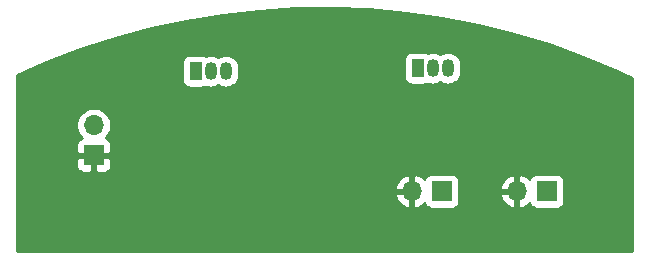
<source format=gbr>
%TF.GenerationSoftware,KiCad,Pcbnew,(5.1.7)-1*%
%TF.CreationDate,2020-12-08T09:59:05+02:00*%
%TF.ProjectId,Single_transistor_AMP,53696e67-6c65-45f7-9472-616e73697374,V1.0*%
%TF.SameCoordinates,Original*%
%TF.FileFunction,Copper,L2,Bot*%
%TF.FilePolarity,Positive*%
%FSLAX46Y46*%
G04 Gerber Fmt 4.6, Leading zero omitted, Abs format (unit mm)*
G04 Created by KiCad (PCBNEW (5.1.7)-1) date 2020-12-08 09:59:05*
%MOMM*%
%LPD*%
G01*
G04 APERTURE LIST*
%TA.AperFunction,ComponentPad*%
%ADD10O,1.050000X1.500000*%
%TD*%
%TA.AperFunction,ComponentPad*%
%ADD11R,1.050000X1.500000*%
%TD*%
%TA.AperFunction,ComponentPad*%
%ADD12O,1.700000X1.700000*%
%TD*%
%TA.AperFunction,ComponentPad*%
%ADD13R,1.700000X1.700000*%
%TD*%
%TA.AperFunction,Conductor*%
%ADD14C,0.254000*%
%TD*%
%TA.AperFunction,Conductor*%
%ADD15C,0.100000*%
%TD*%
G04 APERTURE END LIST*
D10*
%TO.P,Q1,2*%
%TO.N,Net-(C1-Pad1)*%
X126746000Y-79248000D03*
%TO.P,Q1,3*%
%TO.N,Net-(Q1-Pad3)*%
X128016000Y-79248000D03*
D11*
%TO.P,Q1,1*%
%TO.N,Net-(Q1-Pad1)*%
X125476000Y-79248000D03*
%TD*%
%TO.P,Q2,1*%
%TO.N,Net-(Q2-Pad1)*%
X144272000Y-78994000D03*
D10*
%TO.P,Q2,3*%
%TO.N,Net-(C3-Pad2)*%
X146812000Y-78994000D03*
%TO.P,Q2,2*%
%TO.N,Net-(Q1-Pad3)*%
X145542000Y-78994000D03*
%TD*%
D12*
%TO.P,J1,2*%
%TO.N,Net-(C1-Pad2)*%
X116840000Y-83820000D03*
D13*
%TO.P,J1,1*%
%TO.N,GND*%
X116840000Y-86360000D03*
%TD*%
%TO.P,J3,1*%
%TO.N,Net-(C3-Pad1)*%
X155194000Y-89408000D03*
D12*
%TO.P,J3,2*%
%TO.N,GND*%
X152654000Y-89408000D03*
%TD*%
D13*
%TO.P,J2,1*%
%TO.N,Net-(J2-Pad1)*%
X146304000Y-89408000D03*
D12*
%TO.P,J2,2*%
%TO.N,GND*%
X143764000Y-89408000D03*
%TD*%
D14*
%TO.N,GND*%
X140147627Y-74017922D02*
X143240633Y-74298896D01*
X146315502Y-74736001D01*
X149364316Y-75328112D01*
X152379267Y-76073712D01*
X155352627Y-76970891D01*
X158276796Y-78017355D01*
X161147514Y-79211768D01*
X162408000Y-79796415D01*
X162408001Y-94501100D01*
X110337200Y-94501100D01*
X110337200Y-91713674D01*
X110337204Y-91713633D01*
X110337200Y-91682570D01*
X110337200Y-91648881D01*
X110337196Y-91648837D01*
X110336954Y-89764891D01*
X142322519Y-89764891D01*
X142419843Y-90039252D01*
X142568822Y-90289355D01*
X142763731Y-90505588D01*
X142997080Y-90679641D01*
X143259901Y-90804825D01*
X143407110Y-90849476D01*
X143637000Y-90728155D01*
X143637000Y-89535000D01*
X142443186Y-89535000D01*
X142322519Y-89764891D01*
X110336954Y-89764891D01*
X110336863Y-89051109D01*
X142322519Y-89051109D01*
X142443186Y-89281000D01*
X143637000Y-89281000D01*
X143637000Y-88087845D01*
X143891000Y-88087845D01*
X143891000Y-89281000D01*
X143911000Y-89281000D01*
X143911000Y-89535000D01*
X143891000Y-89535000D01*
X143891000Y-90728155D01*
X144120890Y-90849476D01*
X144268099Y-90804825D01*
X144530920Y-90679641D01*
X144764269Y-90505588D01*
X144840034Y-90421534D01*
X144864498Y-90502180D01*
X144923463Y-90612494D01*
X145002815Y-90709185D01*
X145099506Y-90788537D01*
X145209820Y-90847502D01*
X145329518Y-90883812D01*
X145454000Y-90896072D01*
X147154000Y-90896072D01*
X147278482Y-90883812D01*
X147398180Y-90847502D01*
X147508494Y-90788537D01*
X147605185Y-90709185D01*
X147684537Y-90612494D01*
X147743502Y-90502180D01*
X147779812Y-90382482D01*
X147792072Y-90258000D01*
X147792072Y-89764891D01*
X151212519Y-89764891D01*
X151309843Y-90039252D01*
X151458822Y-90289355D01*
X151653731Y-90505588D01*
X151887080Y-90679641D01*
X152149901Y-90804825D01*
X152297110Y-90849476D01*
X152527000Y-90728155D01*
X152527000Y-89535000D01*
X151333186Y-89535000D01*
X151212519Y-89764891D01*
X147792072Y-89764891D01*
X147792072Y-89051109D01*
X151212519Y-89051109D01*
X151333186Y-89281000D01*
X152527000Y-89281000D01*
X152527000Y-88087845D01*
X152781000Y-88087845D01*
X152781000Y-89281000D01*
X152801000Y-89281000D01*
X152801000Y-89535000D01*
X152781000Y-89535000D01*
X152781000Y-90728155D01*
X153010890Y-90849476D01*
X153158099Y-90804825D01*
X153420920Y-90679641D01*
X153654269Y-90505588D01*
X153730034Y-90421534D01*
X153754498Y-90502180D01*
X153813463Y-90612494D01*
X153892815Y-90709185D01*
X153989506Y-90788537D01*
X154099820Y-90847502D01*
X154219518Y-90883812D01*
X154344000Y-90896072D01*
X156044000Y-90896072D01*
X156168482Y-90883812D01*
X156288180Y-90847502D01*
X156398494Y-90788537D01*
X156495185Y-90709185D01*
X156574537Y-90612494D01*
X156633502Y-90502180D01*
X156669812Y-90382482D01*
X156682072Y-90258000D01*
X156682072Y-88558000D01*
X156669812Y-88433518D01*
X156633502Y-88313820D01*
X156574537Y-88203506D01*
X156495185Y-88106815D01*
X156398494Y-88027463D01*
X156288180Y-87968498D01*
X156168482Y-87932188D01*
X156044000Y-87919928D01*
X154344000Y-87919928D01*
X154219518Y-87932188D01*
X154099820Y-87968498D01*
X153989506Y-88027463D01*
X153892815Y-88106815D01*
X153813463Y-88203506D01*
X153754498Y-88313820D01*
X153730034Y-88394466D01*
X153654269Y-88310412D01*
X153420920Y-88136359D01*
X153158099Y-88011175D01*
X153010890Y-87966524D01*
X152781000Y-88087845D01*
X152527000Y-88087845D01*
X152297110Y-87966524D01*
X152149901Y-88011175D01*
X151887080Y-88136359D01*
X151653731Y-88310412D01*
X151458822Y-88526645D01*
X151309843Y-88776748D01*
X151212519Y-89051109D01*
X147792072Y-89051109D01*
X147792072Y-88558000D01*
X147779812Y-88433518D01*
X147743502Y-88313820D01*
X147684537Y-88203506D01*
X147605185Y-88106815D01*
X147508494Y-88027463D01*
X147398180Y-87968498D01*
X147278482Y-87932188D01*
X147154000Y-87919928D01*
X145454000Y-87919928D01*
X145329518Y-87932188D01*
X145209820Y-87968498D01*
X145099506Y-88027463D01*
X145002815Y-88106815D01*
X144923463Y-88203506D01*
X144864498Y-88313820D01*
X144840034Y-88394466D01*
X144764269Y-88310412D01*
X144530920Y-88136359D01*
X144268099Y-88011175D01*
X144120890Y-87966524D01*
X143891000Y-88087845D01*
X143637000Y-88087845D01*
X143407110Y-87966524D01*
X143259901Y-88011175D01*
X142997080Y-88136359D01*
X142763731Y-88310412D01*
X142568822Y-88526645D01*
X142419843Y-88776748D01*
X142322519Y-89051109D01*
X110336863Y-89051109D01*
X110336625Y-87210000D01*
X115351928Y-87210000D01*
X115364188Y-87334482D01*
X115400498Y-87454180D01*
X115459463Y-87564494D01*
X115538815Y-87661185D01*
X115635506Y-87740537D01*
X115745820Y-87799502D01*
X115865518Y-87835812D01*
X115990000Y-87848072D01*
X116554250Y-87845000D01*
X116713000Y-87686250D01*
X116713000Y-86487000D01*
X116967000Y-86487000D01*
X116967000Y-87686250D01*
X117125750Y-87845000D01*
X117690000Y-87848072D01*
X117814482Y-87835812D01*
X117934180Y-87799502D01*
X118044494Y-87740537D01*
X118141185Y-87661185D01*
X118220537Y-87564494D01*
X118279502Y-87454180D01*
X118315812Y-87334482D01*
X118328072Y-87210000D01*
X118325000Y-86645750D01*
X118166250Y-86487000D01*
X116967000Y-86487000D01*
X116713000Y-86487000D01*
X115513750Y-86487000D01*
X115355000Y-86645750D01*
X115351928Y-87210000D01*
X110336625Y-87210000D01*
X110336406Y-85510000D01*
X115351928Y-85510000D01*
X115355000Y-86074250D01*
X115513750Y-86233000D01*
X116713000Y-86233000D01*
X116713000Y-86213000D01*
X116967000Y-86213000D01*
X116967000Y-86233000D01*
X118166250Y-86233000D01*
X118325000Y-86074250D01*
X118328072Y-85510000D01*
X118315812Y-85385518D01*
X118279502Y-85265820D01*
X118220537Y-85155506D01*
X118141185Y-85058815D01*
X118044494Y-84979463D01*
X117934180Y-84920498D01*
X117861620Y-84898487D01*
X117993475Y-84766632D01*
X118155990Y-84523411D01*
X118267932Y-84253158D01*
X118325000Y-83966260D01*
X118325000Y-83673740D01*
X118267932Y-83386842D01*
X118155990Y-83116589D01*
X117993475Y-82873368D01*
X117786632Y-82666525D01*
X117543411Y-82504010D01*
X117273158Y-82392068D01*
X116986260Y-82335000D01*
X116693740Y-82335000D01*
X116406842Y-82392068D01*
X116136589Y-82504010D01*
X115893368Y-82666525D01*
X115686525Y-82873368D01*
X115524010Y-83116589D01*
X115412068Y-83386842D01*
X115355000Y-83673740D01*
X115355000Y-83966260D01*
X115412068Y-84253158D01*
X115524010Y-84523411D01*
X115686525Y-84766632D01*
X115818380Y-84898487D01*
X115745820Y-84920498D01*
X115635506Y-84979463D01*
X115538815Y-85058815D01*
X115459463Y-85155506D01*
X115400498Y-85265820D01*
X115364188Y-85385518D01*
X115351928Y-85510000D01*
X110336406Y-85510000D01*
X110335643Y-79587918D01*
X112798775Y-78501065D01*
X112806797Y-78498000D01*
X124312928Y-78498000D01*
X124312928Y-79998000D01*
X124325188Y-80122482D01*
X124361498Y-80242180D01*
X124420463Y-80352494D01*
X124499815Y-80449185D01*
X124596506Y-80528537D01*
X124706820Y-80587502D01*
X124826518Y-80623812D01*
X124951000Y-80636072D01*
X126001000Y-80636072D01*
X126125482Y-80623812D01*
X126245180Y-80587502D01*
X126309902Y-80552907D01*
X126518601Y-80616215D01*
X126746000Y-80638612D01*
X126973400Y-80616215D01*
X127192060Y-80549885D01*
X127381001Y-80448894D01*
X127569941Y-80549885D01*
X127788601Y-80616215D01*
X128016000Y-80638612D01*
X128243400Y-80616215D01*
X128462060Y-80549885D01*
X128663579Y-80442171D01*
X128840212Y-80297212D01*
X128985171Y-80120579D01*
X129092885Y-79919059D01*
X129159215Y-79700399D01*
X129176000Y-79529978D01*
X129176000Y-78966021D01*
X129159215Y-78795600D01*
X129092885Y-78576940D01*
X128985171Y-78375421D01*
X128877317Y-78244000D01*
X143108928Y-78244000D01*
X143108928Y-79744000D01*
X143121188Y-79868482D01*
X143157498Y-79988180D01*
X143216463Y-80098494D01*
X143295815Y-80195185D01*
X143392506Y-80274537D01*
X143502820Y-80333502D01*
X143622518Y-80369812D01*
X143747000Y-80382072D01*
X144797000Y-80382072D01*
X144921482Y-80369812D01*
X145041180Y-80333502D01*
X145105902Y-80298907D01*
X145314601Y-80362215D01*
X145542000Y-80384612D01*
X145769400Y-80362215D01*
X145988060Y-80295885D01*
X146177001Y-80194894D01*
X146365941Y-80295885D01*
X146584601Y-80362215D01*
X146812000Y-80384612D01*
X147039400Y-80362215D01*
X147258060Y-80295885D01*
X147459579Y-80188171D01*
X147636212Y-80043212D01*
X147781171Y-79866579D01*
X147888885Y-79665059D01*
X147955215Y-79446399D01*
X147972000Y-79275978D01*
X147972000Y-78712021D01*
X147955215Y-78541600D01*
X147888885Y-78322940D01*
X147781171Y-78121421D01*
X147636212Y-77944788D01*
X147459578Y-77799829D01*
X147258059Y-77692115D01*
X147039399Y-77625785D01*
X146812000Y-77603388D01*
X146584600Y-77625785D01*
X146365940Y-77692115D01*
X146176999Y-77793106D01*
X145988059Y-77692115D01*
X145769399Y-77625785D01*
X145542000Y-77603388D01*
X145314600Y-77625785D01*
X145105902Y-77689093D01*
X145041180Y-77654498D01*
X144921482Y-77618188D01*
X144797000Y-77605928D01*
X143747000Y-77605928D01*
X143622518Y-77618188D01*
X143502820Y-77654498D01*
X143392506Y-77713463D01*
X143295815Y-77792815D01*
X143216463Y-77889506D01*
X143157498Y-77999820D01*
X143121188Y-78119518D01*
X143108928Y-78244000D01*
X128877317Y-78244000D01*
X128840212Y-78198788D01*
X128663578Y-78053829D01*
X128462059Y-77946115D01*
X128243399Y-77879785D01*
X128016000Y-77857388D01*
X127788600Y-77879785D01*
X127569940Y-77946115D01*
X127381000Y-78047106D01*
X127192059Y-77946115D01*
X126973399Y-77879785D01*
X126746000Y-77857388D01*
X126518600Y-77879785D01*
X126309902Y-77943093D01*
X126245180Y-77908498D01*
X126125482Y-77872188D01*
X126001000Y-77859928D01*
X124951000Y-77859928D01*
X124826518Y-77872188D01*
X124706820Y-77908498D01*
X124596506Y-77967463D01*
X124499815Y-78046815D01*
X124420463Y-78143506D01*
X124361498Y-78253820D01*
X124325188Y-78373518D01*
X124312928Y-78498000D01*
X112806797Y-78498000D01*
X115699999Y-77392650D01*
X118653616Y-76432426D01*
X121652023Y-75622868D01*
X124687563Y-74966040D01*
X127752405Y-74463637D01*
X130838785Y-74116932D01*
X133938708Y-73926822D01*
X137044318Y-73893790D01*
X140147627Y-74017922D01*
%TA.AperFunction,Conductor*%
D15*
G36*
X140147627Y-74017922D02*
G01*
X143240633Y-74298896D01*
X146315502Y-74736001D01*
X149364316Y-75328112D01*
X152379267Y-76073712D01*
X155352627Y-76970891D01*
X158276796Y-78017355D01*
X161147514Y-79211768D01*
X162408000Y-79796415D01*
X162408001Y-94501100D01*
X110337200Y-94501100D01*
X110337200Y-91713674D01*
X110337204Y-91713633D01*
X110337200Y-91682570D01*
X110337200Y-91648881D01*
X110337196Y-91648837D01*
X110336954Y-89764891D01*
X142322519Y-89764891D01*
X142419843Y-90039252D01*
X142568822Y-90289355D01*
X142763731Y-90505588D01*
X142997080Y-90679641D01*
X143259901Y-90804825D01*
X143407110Y-90849476D01*
X143637000Y-90728155D01*
X143637000Y-89535000D01*
X142443186Y-89535000D01*
X142322519Y-89764891D01*
X110336954Y-89764891D01*
X110336863Y-89051109D01*
X142322519Y-89051109D01*
X142443186Y-89281000D01*
X143637000Y-89281000D01*
X143637000Y-88087845D01*
X143891000Y-88087845D01*
X143891000Y-89281000D01*
X143911000Y-89281000D01*
X143911000Y-89535000D01*
X143891000Y-89535000D01*
X143891000Y-90728155D01*
X144120890Y-90849476D01*
X144268099Y-90804825D01*
X144530920Y-90679641D01*
X144764269Y-90505588D01*
X144840034Y-90421534D01*
X144864498Y-90502180D01*
X144923463Y-90612494D01*
X145002815Y-90709185D01*
X145099506Y-90788537D01*
X145209820Y-90847502D01*
X145329518Y-90883812D01*
X145454000Y-90896072D01*
X147154000Y-90896072D01*
X147278482Y-90883812D01*
X147398180Y-90847502D01*
X147508494Y-90788537D01*
X147605185Y-90709185D01*
X147684537Y-90612494D01*
X147743502Y-90502180D01*
X147779812Y-90382482D01*
X147792072Y-90258000D01*
X147792072Y-89764891D01*
X151212519Y-89764891D01*
X151309843Y-90039252D01*
X151458822Y-90289355D01*
X151653731Y-90505588D01*
X151887080Y-90679641D01*
X152149901Y-90804825D01*
X152297110Y-90849476D01*
X152527000Y-90728155D01*
X152527000Y-89535000D01*
X151333186Y-89535000D01*
X151212519Y-89764891D01*
X147792072Y-89764891D01*
X147792072Y-89051109D01*
X151212519Y-89051109D01*
X151333186Y-89281000D01*
X152527000Y-89281000D01*
X152527000Y-88087845D01*
X152781000Y-88087845D01*
X152781000Y-89281000D01*
X152801000Y-89281000D01*
X152801000Y-89535000D01*
X152781000Y-89535000D01*
X152781000Y-90728155D01*
X153010890Y-90849476D01*
X153158099Y-90804825D01*
X153420920Y-90679641D01*
X153654269Y-90505588D01*
X153730034Y-90421534D01*
X153754498Y-90502180D01*
X153813463Y-90612494D01*
X153892815Y-90709185D01*
X153989506Y-90788537D01*
X154099820Y-90847502D01*
X154219518Y-90883812D01*
X154344000Y-90896072D01*
X156044000Y-90896072D01*
X156168482Y-90883812D01*
X156288180Y-90847502D01*
X156398494Y-90788537D01*
X156495185Y-90709185D01*
X156574537Y-90612494D01*
X156633502Y-90502180D01*
X156669812Y-90382482D01*
X156682072Y-90258000D01*
X156682072Y-88558000D01*
X156669812Y-88433518D01*
X156633502Y-88313820D01*
X156574537Y-88203506D01*
X156495185Y-88106815D01*
X156398494Y-88027463D01*
X156288180Y-87968498D01*
X156168482Y-87932188D01*
X156044000Y-87919928D01*
X154344000Y-87919928D01*
X154219518Y-87932188D01*
X154099820Y-87968498D01*
X153989506Y-88027463D01*
X153892815Y-88106815D01*
X153813463Y-88203506D01*
X153754498Y-88313820D01*
X153730034Y-88394466D01*
X153654269Y-88310412D01*
X153420920Y-88136359D01*
X153158099Y-88011175D01*
X153010890Y-87966524D01*
X152781000Y-88087845D01*
X152527000Y-88087845D01*
X152297110Y-87966524D01*
X152149901Y-88011175D01*
X151887080Y-88136359D01*
X151653731Y-88310412D01*
X151458822Y-88526645D01*
X151309843Y-88776748D01*
X151212519Y-89051109D01*
X147792072Y-89051109D01*
X147792072Y-88558000D01*
X147779812Y-88433518D01*
X147743502Y-88313820D01*
X147684537Y-88203506D01*
X147605185Y-88106815D01*
X147508494Y-88027463D01*
X147398180Y-87968498D01*
X147278482Y-87932188D01*
X147154000Y-87919928D01*
X145454000Y-87919928D01*
X145329518Y-87932188D01*
X145209820Y-87968498D01*
X145099506Y-88027463D01*
X145002815Y-88106815D01*
X144923463Y-88203506D01*
X144864498Y-88313820D01*
X144840034Y-88394466D01*
X144764269Y-88310412D01*
X144530920Y-88136359D01*
X144268099Y-88011175D01*
X144120890Y-87966524D01*
X143891000Y-88087845D01*
X143637000Y-88087845D01*
X143407110Y-87966524D01*
X143259901Y-88011175D01*
X142997080Y-88136359D01*
X142763731Y-88310412D01*
X142568822Y-88526645D01*
X142419843Y-88776748D01*
X142322519Y-89051109D01*
X110336863Y-89051109D01*
X110336625Y-87210000D01*
X115351928Y-87210000D01*
X115364188Y-87334482D01*
X115400498Y-87454180D01*
X115459463Y-87564494D01*
X115538815Y-87661185D01*
X115635506Y-87740537D01*
X115745820Y-87799502D01*
X115865518Y-87835812D01*
X115990000Y-87848072D01*
X116554250Y-87845000D01*
X116713000Y-87686250D01*
X116713000Y-86487000D01*
X116967000Y-86487000D01*
X116967000Y-87686250D01*
X117125750Y-87845000D01*
X117690000Y-87848072D01*
X117814482Y-87835812D01*
X117934180Y-87799502D01*
X118044494Y-87740537D01*
X118141185Y-87661185D01*
X118220537Y-87564494D01*
X118279502Y-87454180D01*
X118315812Y-87334482D01*
X118328072Y-87210000D01*
X118325000Y-86645750D01*
X118166250Y-86487000D01*
X116967000Y-86487000D01*
X116713000Y-86487000D01*
X115513750Y-86487000D01*
X115355000Y-86645750D01*
X115351928Y-87210000D01*
X110336625Y-87210000D01*
X110336406Y-85510000D01*
X115351928Y-85510000D01*
X115355000Y-86074250D01*
X115513750Y-86233000D01*
X116713000Y-86233000D01*
X116713000Y-86213000D01*
X116967000Y-86213000D01*
X116967000Y-86233000D01*
X118166250Y-86233000D01*
X118325000Y-86074250D01*
X118328072Y-85510000D01*
X118315812Y-85385518D01*
X118279502Y-85265820D01*
X118220537Y-85155506D01*
X118141185Y-85058815D01*
X118044494Y-84979463D01*
X117934180Y-84920498D01*
X117861620Y-84898487D01*
X117993475Y-84766632D01*
X118155990Y-84523411D01*
X118267932Y-84253158D01*
X118325000Y-83966260D01*
X118325000Y-83673740D01*
X118267932Y-83386842D01*
X118155990Y-83116589D01*
X117993475Y-82873368D01*
X117786632Y-82666525D01*
X117543411Y-82504010D01*
X117273158Y-82392068D01*
X116986260Y-82335000D01*
X116693740Y-82335000D01*
X116406842Y-82392068D01*
X116136589Y-82504010D01*
X115893368Y-82666525D01*
X115686525Y-82873368D01*
X115524010Y-83116589D01*
X115412068Y-83386842D01*
X115355000Y-83673740D01*
X115355000Y-83966260D01*
X115412068Y-84253158D01*
X115524010Y-84523411D01*
X115686525Y-84766632D01*
X115818380Y-84898487D01*
X115745820Y-84920498D01*
X115635506Y-84979463D01*
X115538815Y-85058815D01*
X115459463Y-85155506D01*
X115400498Y-85265820D01*
X115364188Y-85385518D01*
X115351928Y-85510000D01*
X110336406Y-85510000D01*
X110335643Y-79587918D01*
X112798775Y-78501065D01*
X112806797Y-78498000D01*
X124312928Y-78498000D01*
X124312928Y-79998000D01*
X124325188Y-80122482D01*
X124361498Y-80242180D01*
X124420463Y-80352494D01*
X124499815Y-80449185D01*
X124596506Y-80528537D01*
X124706820Y-80587502D01*
X124826518Y-80623812D01*
X124951000Y-80636072D01*
X126001000Y-80636072D01*
X126125482Y-80623812D01*
X126245180Y-80587502D01*
X126309902Y-80552907D01*
X126518601Y-80616215D01*
X126746000Y-80638612D01*
X126973400Y-80616215D01*
X127192060Y-80549885D01*
X127381001Y-80448894D01*
X127569941Y-80549885D01*
X127788601Y-80616215D01*
X128016000Y-80638612D01*
X128243400Y-80616215D01*
X128462060Y-80549885D01*
X128663579Y-80442171D01*
X128840212Y-80297212D01*
X128985171Y-80120579D01*
X129092885Y-79919059D01*
X129159215Y-79700399D01*
X129176000Y-79529978D01*
X129176000Y-78966021D01*
X129159215Y-78795600D01*
X129092885Y-78576940D01*
X128985171Y-78375421D01*
X128877317Y-78244000D01*
X143108928Y-78244000D01*
X143108928Y-79744000D01*
X143121188Y-79868482D01*
X143157498Y-79988180D01*
X143216463Y-80098494D01*
X143295815Y-80195185D01*
X143392506Y-80274537D01*
X143502820Y-80333502D01*
X143622518Y-80369812D01*
X143747000Y-80382072D01*
X144797000Y-80382072D01*
X144921482Y-80369812D01*
X145041180Y-80333502D01*
X145105902Y-80298907D01*
X145314601Y-80362215D01*
X145542000Y-80384612D01*
X145769400Y-80362215D01*
X145988060Y-80295885D01*
X146177001Y-80194894D01*
X146365941Y-80295885D01*
X146584601Y-80362215D01*
X146812000Y-80384612D01*
X147039400Y-80362215D01*
X147258060Y-80295885D01*
X147459579Y-80188171D01*
X147636212Y-80043212D01*
X147781171Y-79866579D01*
X147888885Y-79665059D01*
X147955215Y-79446399D01*
X147972000Y-79275978D01*
X147972000Y-78712021D01*
X147955215Y-78541600D01*
X147888885Y-78322940D01*
X147781171Y-78121421D01*
X147636212Y-77944788D01*
X147459578Y-77799829D01*
X147258059Y-77692115D01*
X147039399Y-77625785D01*
X146812000Y-77603388D01*
X146584600Y-77625785D01*
X146365940Y-77692115D01*
X146176999Y-77793106D01*
X145988059Y-77692115D01*
X145769399Y-77625785D01*
X145542000Y-77603388D01*
X145314600Y-77625785D01*
X145105902Y-77689093D01*
X145041180Y-77654498D01*
X144921482Y-77618188D01*
X144797000Y-77605928D01*
X143747000Y-77605928D01*
X143622518Y-77618188D01*
X143502820Y-77654498D01*
X143392506Y-77713463D01*
X143295815Y-77792815D01*
X143216463Y-77889506D01*
X143157498Y-77999820D01*
X143121188Y-78119518D01*
X143108928Y-78244000D01*
X128877317Y-78244000D01*
X128840212Y-78198788D01*
X128663578Y-78053829D01*
X128462059Y-77946115D01*
X128243399Y-77879785D01*
X128016000Y-77857388D01*
X127788600Y-77879785D01*
X127569940Y-77946115D01*
X127381000Y-78047106D01*
X127192059Y-77946115D01*
X126973399Y-77879785D01*
X126746000Y-77857388D01*
X126518600Y-77879785D01*
X126309902Y-77943093D01*
X126245180Y-77908498D01*
X126125482Y-77872188D01*
X126001000Y-77859928D01*
X124951000Y-77859928D01*
X124826518Y-77872188D01*
X124706820Y-77908498D01*
X124596506Y-77967463D01*
X124499815Y-78046815D01*
X124420463Y-78143506D01*
X124361498Y-78253820D01*
X124325188Y-78373518D01*
X124312928Y-78498000D01*
X112806797Y-78498000D01*
X115699999Y-77392650D01*
X118653616Y-76432426D01*
X121652023Y-75622868D01*
X124687563Y-74966040D01*
X127752405Y-74463637D01*
X130838785Y-74116932D01*
X133938708Y-73926822D01*
X137044318Y-73893790D01*
X140147627Y-74017922D01*
G37*
%TD.AperFunction*%
%TD*%
M02*

</source>
